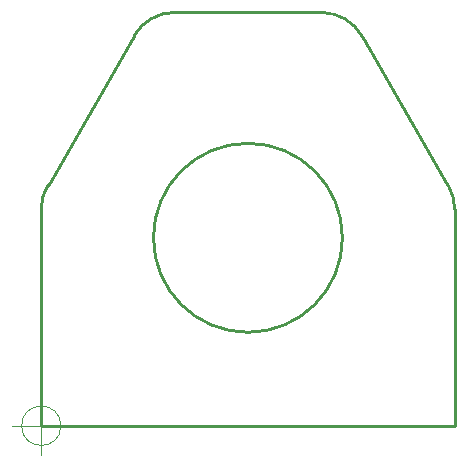
<source format=gm1>
%TF.GenerationSoftware,KiCad,Pcbnew,6.0.9-8da3e8f707~117~ubuntu22.04.1*%
%TF.CreationDate,2022-12-16T00:29:24-08:00*%
%TF.ProjectId,xyz_touch_probe,78797a5f-746f-4756-9368-5f70726f6265,rev?*%
%TF.SameCoordinates,Original*%
%TF.FileFunction,Profile,NP*%
%FSLAX46Y46*%
G04 Gerber Fmt 4.6, Leading zero omitted, Abs format (unit mm)*
G04 Created by KiCad (PCBNEW 6.0.9-8da3e8f707~117~ubuntu22.04.1) date 2022-12-16 00:29:24*
%MOMM*%
%LPD*%
G01*
G04 APERTURE LIST*
%TA.AperFunction,Profile*%
%ADD10C,0.250000*%
%TD*%
%TA.AperFunction,Profile*%
%ADD11C,0.100000*%
%TD*%
G04 APERTURE END LIST*
D10*
X165000000Y-120660254D02*
X165000000Y-139000000D01*
X165000000Y-139000000D02*
X130000000Y-139000000D01*
X155500000Y-123085417D02*
G75*
G03*
X155500000Y-123085417I-8000000J0D01*
G01*
X130535898Y-118660254D02*
X137845299Y-106000000D01*
X165000023Y-120660254D02*
G75*
G03*
X164464102Y-118660254I-4000023J-46D01*
G01*
X157154701Y-106000000D02*
G75*
G03*
X153690599Y-104000000I-3464101J-2000000D01*
G01*
X130000000Y-139000000D02*
X130000000Y-120660254D01*
X141309401Y-104000001D02*
G75*
G03*
X137845299Y-106000000I-1J-3999999D01*
G01*
X130535910Y-118660261D02*
G75*
G03*
X130000000Y-120660254I3463790J-1999939D01*
G01*
X141309401Y-104000000D02*
X153690599Y-104000000D01*
X157154701Y-106000000D02*
X164464102Y-118660254D01*
D11*
X131666666Y-139000000D02*
G75*
G03*
X131666666Y-139000000I-1666666J0D01*
G01*
X127500000Y-139000000D02*
X132500000Y-139000000D01*
X130000000Y-136500000D02*
X130000000Y-141500000D01*
M02*

</source>
